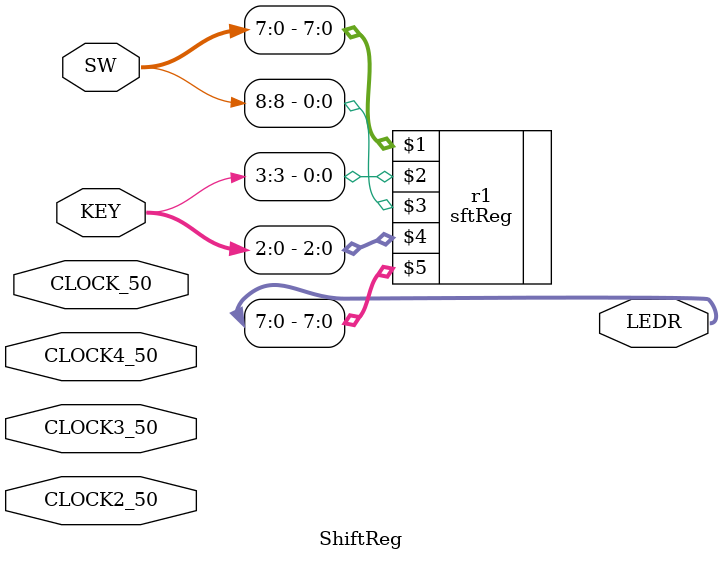
<source format=v>


module ShiftReg(

	//////////// CLOCK //////////
	input 		          		CLOCK2_50,
	input 		          		CLOCK3_50,
	input 		          		CLOCK4_50,
	input 		          		CLOCK_50,

	//////////// KEY //////////
	input 		     [3:0]		KEY,

	//////////// SW //////////
	input 		     [9:0]		SW,

	//////////// LED //////////
	output		     [9:0]		LEDR
);

sftReg r1(SW[7:0],KEY[3],SW[8],KEY[2:0],LEDR[7:0]);

//=======================================================
//  REG/WIRE declarations
//=======================================================




//=======================================================
//  Structural coding
//=======================================================



endmodule

</source>
